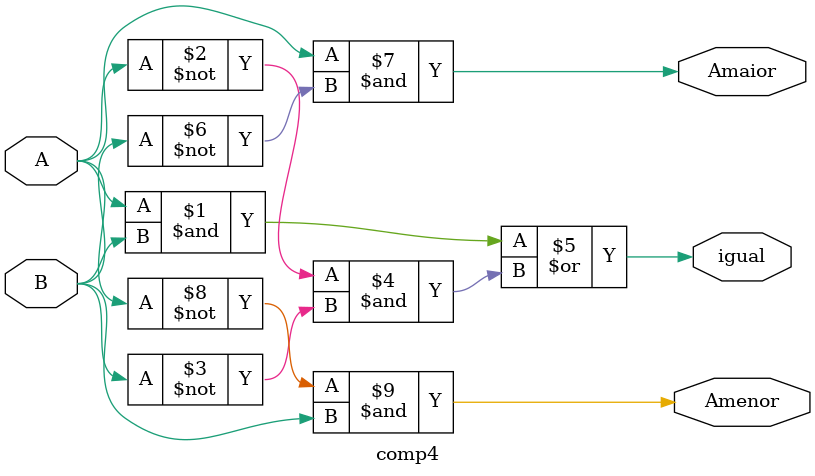
<source format=v>

/*
NOME: Lara Gama, Mateus Ribeiro, Sulamita
DATA: 17/11/2021

A, B - entradas
Amaior, igual, Amenor - saídas

A = 1: nível lógico alto
~A = 0: nível lógico baixo
Amaior = 1: indica que A tem nível lógico alto e B tem nível lógico baixo.
Amenor = 1: indica que A tem nível lógico baixo e B tem nível lógico alto.
igual = 1: A e B possuem o mesmo nível lógico.

*/

module comp4 (A, B, Amaior, igual, Amenor);
input A,B;
output Amaior, igual, Amenor;

assign igual = (A & B) | (~A & ~B);
assign Amaior = (A & ~B);
assign Amenor = (~A & B);

endmodule 
</source>
